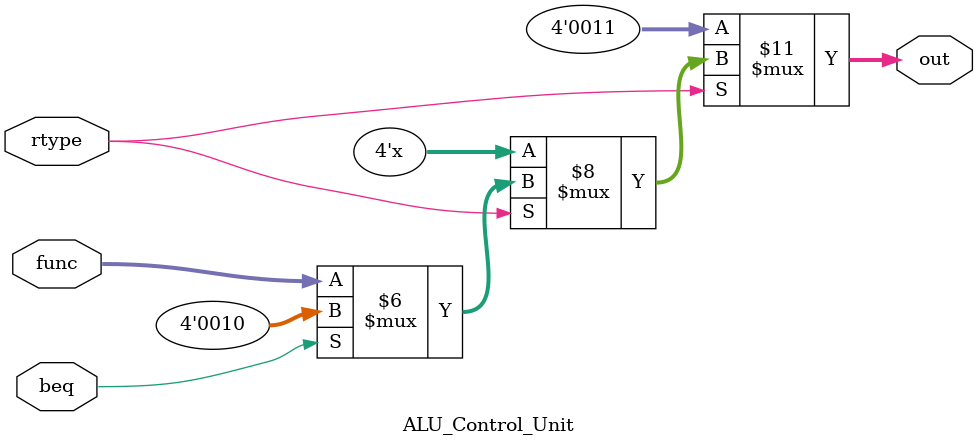
<source format=v>
`timescale 1ns / 1ps
module ALU_Control_Unit(func, rtype, beq, out
    );
	 input [3:0] func;
	 input rtype;
	 input beq;
	 output reg [3:0] out;
	 
	 always @(*)
	 begin
	 if(rtype == 1)
	 begin
	 if(beq == 1)
	 out = 4'b0010;
	 else
	 out = func;
	 end
	 else
	 out = 4'b0011;
	 end

endmodule
</source>
